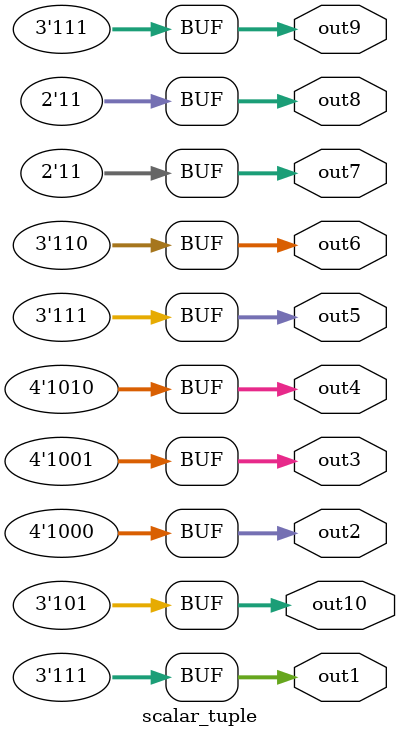
<source format=v>
module scalar_tuple (
  output [2:0] out1,
  output [3:0] out2,
  output [3:0] out3,
  output [3:0] out4,
  output [2:0] out5,
  output [2:0] out6,
  output [1:0] out7,
  output [1:0] out8,
  output [2:0] out9,
  output [2:0] out10
);

assign out1  = 3'd7;
assign out2  = 4'd8;
assign out3  = 4'd9;
assign out4  = 4'd10;
assign out5  = 3'd7;
assign out6  = 3'd6;
assign out7  = 2'd3;
assign out8  = 2'd3;
assign out9  = 3'd7;
assign out10 = 3'd5;

endmodule

</source>
